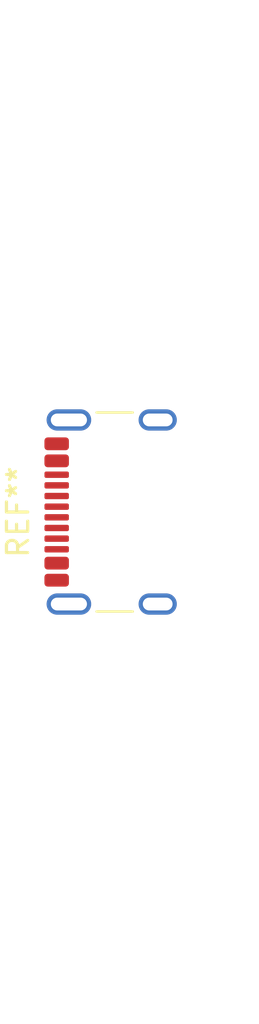
<source format=kicad_pcb>
(kicad_pcb (version 20240108) (generator "pcbnew") (generator_version "8.0")
  (layers (0 "F.Cu" signal) (31 "B.Cu" signal) (34 "B.Paste" user) (35 "F.Paste" user) (36 "B.SilkS" user "B.Silkscreen") (37 "F.SilkS" user "F.Silkscreen") (38 "B.Mask" user) (39 "F.Mask" user) (44 "Edge.Cuts" user))
  (net 0 "")
  (footprint "Connector_USB:USB_C_Receptacle_GCT_USB4105-xx-A_16P_TopMnt_Horizontal" (layer "F.Cu") (at 55.5 80.5 90)
    (property "Reference" "REF**" (at 0 -5.5 90) (layer "F.SilkS"))
    (property "Value" "USB_C_Receptacle_GCT_USB4105-xx-A_16P_TopMnt_Horizontal")
    (fp_line (start 4.67 -0.1) (end 4.67 -1.8) (stroke (width 0.12)) (layer "F.SilkS"))
    (fp_line (start -4.67 -0.1) (end -4.67 -1.8) (stroke (width 0.12)) (layer "F.SilkS"))
    (pad "" np_thru_hole circle (at -2.89 -2.605 90) (size 0.65 0.65) (drill 0.65) (layers "F&B.Cu" "*.Mask"))
    (pad "" np_thru_hole circle (at 2.89 -2.605 90) (size 0.65 0.65) (drill 0.65) (layers "F&B.Cu" "*.Mask"))
    (pad "A1" smd roundrect (at -3.2 -3.68 90) (size 0.6 1.15) (layers "F.Cu" "F.Paste" "F.Mask"))
    (pad "A4" smd roundrect (at -2.4 -3.68 90) (size 0.6 1.15) (layers "F.Cu" "F.Paste" "F.Mask"))
    (pad "A5" smd roundrect (at -1.25 -3.68 90) (size 0.3 1.15) (layers "F.Cu" "F.Paste" "F.Mask"))
    (pad "A6" smd roundrect (at -0.25 -3.68 90) (size 0.3 1.15) (layers "F.Cu" "F.Paste" "F.Mask"))
    (pad "A7" smd roundrect (at 0.25 -3.68 90) (size 0.3 1.15) (layers "F.Cu" "F.Paste" "F.Mask"))
    (pad "A8" smd roundrect (at 1.25 -3.68 90) (size 0.3 1.15) (layers "F.Cu" "F.Paste" "F.Mask"))
    (pad "A9" smd roundrect (at 2.4 -3.68 90) (size 0.6 1.15) (layers "F.Cu" "F.Paste" "F.Mask"))
    (pad "A12" smd roundrect (at 3.2 -3.68 90) (size 0.6 1.15) (layers "F.Cu" "F.Paste" "F.Mask"))
    (pad "B1" smd roundrect (at 3.2 -3.68 90) (size 0.6 1.15) (layers "F.Cu" "F.Paste" "F.Mask"))
    (pad "B4" smd roundrect (at 2.4 -3.68 90) (size 0.6 1.15) (layers "F.Cu" "F.Paste" "F.Mask"))
    (pad "B5" smd roundrect (at 1.75 -3.68 90) (size 0.3 1.15) (layers "F.Cu" "F.Paste" "F.Mask"))
    (pad "B6" smd roundrect (at 0.75 -3.68 90) (size 0.3 1.15) (layers "F.Cu" "F.Paste" "F.Mask"))
    (pad "B7" smd roundrect (at -0.75 -3.68 90) (size 0.3 1.15) (layers "F.Cu" "F.Paste" "F.Mask"))
    (pad "B8" smd roundrect (at -1.75 -3.68 90) (size 0.3 1.15) (layers "F.Cu" "F.Paste" "F.Mask"))
    (pad "B9" smd roundrect (at -2.4 -3.68 90) (size 0.6 1.15) (layers "F.Cu" "F.Paste" "F.Mask"))
    (pad "B12" smd roundrect (at -3.2 -3.68 90) (size 0.6 1.15) (layers "F.Cu" "F.Paste" "F.Mask"))
    (pad "S1" thru_hole oval (at -4.32 -3.105 90) (size 1 2.1) (drill oval 0.6 1.7) (property pad_prop_heatsink) (layers "*.Cu" "*.Mask" "F.Paste"))
    (pad "S1" thru_hole oval (at -4.32 1.075 90) (size 1 1.8) (drill oval 0.6 1.4) (property pad_prop_heatsink) (layers "*.Cu" "*.Mask" "F.Paste"))
    (pad "S1" thru_hole oval (at 4.32 -3.105 90) (size 1 2.1) (drill oval 0.6 1.7) (property pad_prop_heatsink) (layers "*.Cu" "*.Mask" "F.Paste"))
    (pad "S1" thru_hole oval (at 4.32 1.075 90) (size 1 1.8) (drill oval 0.6 1.4) (property pad_prop_heatsink) (layers "*.Cu" "*.Mask" "F.Paste"))
  )
)
</source>
